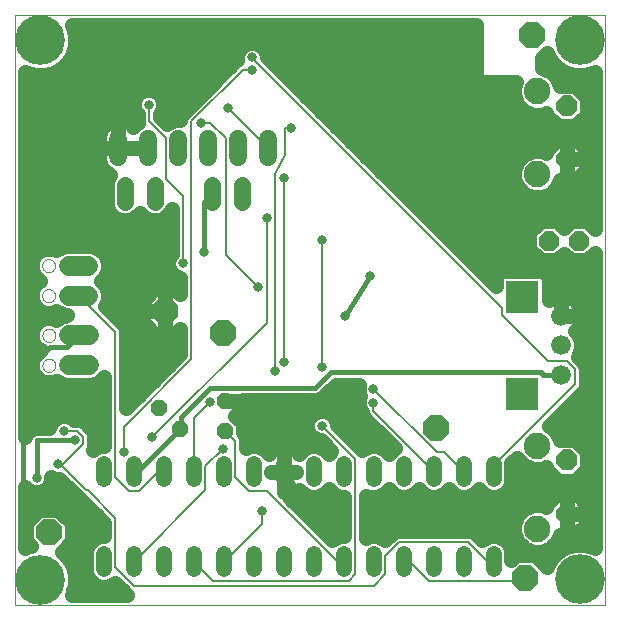
<source format=gtl>
G75*
%MOIN*%
%OFA0B0*%
%FSLAX24Y24*%
%IPPOS*%
%LPD*%
%AMOC8*
5,1,8,0,0,1.08239X$1,22.5*
%
%ADD10C,0.0000*%
%ADD11C,0.0520*%
%ADD12C,0.0560*%
%ADD13OC8,0.0660*%
%ADD14OC8,0.0850*%
%ADD15OC8,0.0700*%
%ADD16C,0.0885*%
%ADD17C,0.0660*%
%ADD18R,0.1102X0.1102*%
%ADD19C,0.0600*%
%ADD20C,0.0650*%
%ADD21OC8,0.0520*%
%ADD22C,0.0160*%
%ADD23C,0.0317*%
%ADD24C,0.0500*%
%ADD25C,0.0199*%
%ADD26C,0.0080*%
%ADD27C,0.1660*%
D10*
X000350Y000350D02*
X000350Y020035D01*
X020035Y020035D01*
X020035Y000350D01*
X000350Y000350D01*
X001267Y008344D02*
X001269Y008373D01*
X001275Y008401D01*
X001284Y008429D01*
X001297Y008455D01*
X001314Y008478D01*
X001333Y008500D01*
X001355Y008519D01*
X001380Y008534D01*
X001406Y008547D01*
X001434Y008555D01*
X001462Y008560D01*
X001491Y008561D01*
X001520Y008558D01*
X001548Y008551D01*
X001575Y008541D01*
X001601Y008527D01*
X001624Y008510D01*
X001645Y008490D01*
X001663Y008467D01*
X001678Y008442D01*
X001689Y008415D01*
X001697Y008387D01*
X001701Y008358D01*
X001701Y008330D01*
X001697Y008301D01*
X001689Y008273D01*
X001678Y008246D01*
X001663Y008221D01*
X001645Y008198D01*
X001624Y008178D01*
X001601Y008161D01*
X001575Y008147D01*
X001548Y008137D01*
X001520Y008130D01*
X001491Y008127D01*
X001462Y008128D01*
X001434Y008133D01*
X001406Y008141D01*
X001380Y008154D01*
X001355Y008169D01*
X001333Y008188D01*
X001314Y008210D01*
X001297Y008233D01*
X001284Y008259D01*
X001275Y008287D01*
X001269Y008315D01*
X001267Y008344D01*
X001267Y009344D02*
X001269Y009373D01*
X001275Y009401D01*
X001284Y009429D01*
X001297Y009455D01*
X001314Y009478D01*
X001333Y009500D01*
X001355Y009519D01*
X001380Y009534D01*
X001406Y009547D01*
X001434Y009555D01*
X001462Y009560D01*
X001491Y009561D01*
X001520Y009558D01*
X001548Y009551D01*
X001575Y009541D01*
X001601Y009527D01*
X001624Y009510D01*
X001645Y009490D01*
X001663Y009467D01*
X001678Y009442D01*
X001689Y009415D01*
X001697Y009387D01*
X001701Y009358D01*
X001701Y009330D01*
X001697Y009301D01*
X001689Y009273D01*
X001678Y009246D01*
X001663Y009221D01*
X001645Y009198D01*
X001624Y009178D01*
X001601Y009161D01*
X001575Y009147D01*
X001548Y009137D01*
X001520Y009130D01*
X001491Y009127D01*
X001462Y009128D01*
X001434Y009133D01*
X001406Y009141D01*
X001380Y009154D01*
X001355Y009169D01*
X001333Y009188D01*
X001314Y009210D01*
X001297Y009233D01*
X001284Y009259D01*
X001275Y009287D01*
X001269Y009315D01*
X001267Y009344D01*
X001259Y010670D02*
X001261Y010699D01*
X001267Y010727D01*
X001276Y010755D01*
X001289Y010781D01*
X001306Y010804D01*
X001325Y010826D01*
X001347Y010845D01*
X001372Y010860D01*
X001398Y010873D01*
X001426Y010881D01*
X001454Y010886D01*
X001483Y010887D01*
X001512Y010884D01*
X001540Y010877D01*
X001567Y010867D01*
X001593Y010853D01*
X001616Y010836D01*
X001637Y010816D01*
X001655Y010793D01*
X001670Y010768D01*
X001681Y010741D01*
X001689Y010713D01*
X001693Y010684D01*
X001693Y010656D01*
X001689Y010627D01*
X001681Y010599D01*
X001670Y010572D01*
X001655Y010547D01*
X001637Y010524D01*
X001616Y010504D01*
X001593Y010487D01*
X001567Y010473D01*
X001540Y010463D01*
X001512Y010456D01*
X001483Y010453D01*
X001454Y010454D01*
X001426Y010459D01*
X001398Y010467D01*
X001372Y010480D01*
X001347Y010495D01*
X001325Y010514D01*
X001306Y010536D01*
X001289Y010559D01*
X001276Y010585D01*
X001267Y010613D01*
X001261Y010641D01*
X001259Y010670D01*
X001259Y011670D02*
X001261Y011699D01*
X001267Y011727D01*
X001276Y011755D01*
X001289Y011781D01*
X001306Y011804D01*
X001325Y011826D01*
X001347Y011845D01*
X001372Y011860D01*
X001398Y011873D01*
X001426Y011881D01*
X001454Y011886D01*
X001483Y011887D01*
X001512Y011884D01*
X001540Y011877D01*
X001567Y011867D01*
X001593Y011853D01*
X001616Y011836D01*
X001637Y011816D01*
X001655Y011793D01*
X001670Y011768D01*
X001681Y011741D01*
X001689Y011713D01*
X001693Y011684D01*
X001693Y011656D01*
X001689Y011627D01*
X001681Y011599D01*
X001670Y011572D01*
X001655Y011547D01*
X001637Y011524D01*
X001616Y011504D01*
X001593Y011487D01*
X001567Y011473D01*
X001540Y011463D01*
X001512Y011456D01*
X001483Y011453D01*
X001454Y011454D01*
X001426Y011459D01*
X001398Y011467D01*
X001372Y011480D01*
X001347Y011495D01*
X001325Y011514D01*
X001306Y011536D01*
X001289Y011559D01*
X001276Y011585D01*
X001267Y011613D01*
X001261Y011641D01*
X001259Y011670D01*
D11*
X003317Y005065D02*
X003317Y004545D01*
X004317Y004545D02*
X004317Y005065D01*
X005317Y005065D02*
X005317Y004545D01*
X006317Y004545D02*
X006317Y005065D01*
X007317Y005065D02*
X007317Y004545D01*
X008317Y004545D02*
X008317Y005065D01*
X009317Y005065D02*
X009317Y004545D01*
X010317Y004545D02*
X010317Y005065D01*
X011317Y005065D02*
X011317Y004545D01*
X012317Y004545D02*
X012317Y005065D01*
X013317Y005065D02*
X013317Y004545D01*
X014317Y004545D02*
X014317Y005065D01*
X015317Y005065D02*
X015317Y004545D01*
X016317Y004545D02*
X016317Y005065D01*
X016317Y002065D02*
X016317Y001545D01*
X015317Y001545D02*
X015317Y002065D01*
X014317Y002065D02*
X014317Y001545D01*
X013317Y001545D02*
X013317Y002065D01*
X012317Y002065D02*
X012317Y001545D01*
X011317Y001545D02*
X011317Y002065D01*
X010317Y002065D02*
X010317Y001545D01*
X009317Y001545D02*
X009317Y002065D01*
X008317Y002065D02*
X008317Y001545D01*
X007317Y001545D02*
X007317Y002065D01*
X006317Y002065D02*
X006317Y001545D01*
X005317Y001545D02*
X005317Y002065D01*
X004317Y002065D02*
X004317Y001545D01*
X003317Y001545D02*
X003317Y002065D01*
D12*
X004021Y013790D02*
X004021Y014350D01*
X005021Y014350D02*
X005021Y013790D01*
X006916Y013783D02*
X006916Y014343D01*
X007916Y014343D02*
X007916Y013783D01*
D13*
X018157Y012502D03*
X019157Y012502D03*
D14*
X014380Y006269D03*
X007280Y009422D03*
X005350Y010143D03*
X001486Y002777D03*
X017371Y001258D03*
X017600Y019350D03*
D15*
X018753Y016988D03*
X018753Y015208D03*
X018753Y005177D03*
X018753Y003397D03*
D16*
X017773Y002907D03*
X017773Y005667D03*
X017773Y014718D03*
X017773Y017478D03*
D17*
X018568Y009996D03*
X018568Y009011D03*
X018568Y008027D03*
D18*
X017268Y007397D03*
X017268Y010626D03*
D19*
X008804Y015289D02*
X008804Y015889D01*
X007804Y015889D02*
X007804Y015289D01*
X006804Y015289D02*
X006804Y015889D01*
X005804Y015889D02*
X005804Y015289D01*
X004804Y015289D02*
X004804Y015889D01*
X003804Y015889D02*
X003804Y015289D01*
D20*
X002801Y011670D02*
X002151Y011670D01*
X002151Y010670D02*
X002801Y010670D01*
X002809Y009344D02*
X002160Y009344D01*
X002160Y008344D02*
X002809Y008344D01*
D21*
X005153Y006930D03*
X005853Y006230D03*
X007351Y006170D03*
X007351Y007170D03*
D22*
X006870Y007594D02*
X005893Y006618D01*
X005893Y006303D01*
X005853Y006230D01*
X005846Y006224D01*
X004429Y004807D01*
X004319Y004807D01*
X004317Y004805D01*
X002350Y005850D02*
X001100Y005850D01*
X001100Y004602D01*
X001082Y004602D01*
X001100Y004602D02*
X001100Y004600D01*
X000626Y003350D02*
X000626Y006100D01*
X000626Y006216D01*
X001381Y006216D01*
X001381Y007752D01*
X001161Y007752D01*
X001381Y007752D02*
X001381Y007885D01*
X001082Y008185D01*
X001082Y008507D01*
X001515Y008941D01*
X002082Y008941D01*
X002484Y009342D01*
X002484Y009344D01*
X006870Y007594D02*
X010358Y007594D01*
X010878Y008114D01*
X017885Y008114D01*
X017972Y008027D01*
X018568Y008027D01*
X012189Y011334D02*
X011358Y010004D01*
X006641Y012130D02*
X006641Y013791D01*
X006909Y014059D01*
X006916Y014063D01*
X009317Y004805D02*
X010817Y002850D01*
X002100Y003350D02*
X000626Y003350D01*
D23*
X002100Y003350D03*
X001082Y004602D03*
X001783Y005059D03*
X002350Y005850D03*
X001994Y006169D03*
X000626Y006100D03*
X001161Y007752D03*
X004933Y005941D03*
X003988Y005452D03*
X006846Y007114D03*
X009027Y008169D03*
X009311Y008452D03*
X010586Y008279D03*
X012303Y007570D03*
X012303Y007098D03*
X010586Y006334D03*
X007279Y005570D03*
X008586Y003498D03*
X010817Y002850D03*
X011358Y010004D03*
X012189Y011334D03*
X010586Y012535D03*
X008744Y013248D03*
X006641Y012130D03*
X005956Y011744D03*
X005673Y013114D03*
X009311Y014602D03*
X009561Y016254D03*
X007468Y016925D03*
X006570Y016421D03*
X004815Y017035D03*
X008248Y018200D03*
X008256Y018610D03*
X008460Y010941D03*
D24*
X005870Y010819D02*
X005770Y010819D01*
X005671Y010918D02*
X005350Y010918D01*
X005350Y010143D01*
X005350Y009368D01*
X005671Y009368D01*
X005870Y009567D01*
X005870Y008708D01*
X004074Y006913D01*
X004074Y009518D01*
X004018Y009654D01*
X003361Y010311D01*
X003456Y010540D01*
X003456Y010801D01*
X003356Y011041D01*
X003227Y011170D01*
X003356Y011299D01*
X003456Y011540D01*
X003456Y011801D01*
X003356Y012041D01*
X003172Y012225D01*
X002931Y012325D01*
X002021Y012325D01*
X001781Y012225D01*
X001732Y012177D01*
X001589Y012237D01*
X001364Y012237D01*
X001155Y012151D01*
X000996Y011991D01*
X000910Y011783D01*
X000910Y011558D01*
X000996Y011349D01*
X001155Y011190D01*
X001203Y011170D01*
X001155Y011151D01*
X000996Y010991D01*
X000910Y010783D01*
X000910Y010558D01*
X000996Y010349D01*
X001155Y010190D01*
X001364Y010104D01*
X001589Y010104D01*
X001732Y010163D01*
X001781Y010115D01*
X002021Y010016D01*
X002091Y010016D01*
X002028Y010007D01*
X001942Y009984D01*
X001861Y009950D01*
X001784Y009906D01*
X001722Y009859D01*
X001597Y009910D01*
X001372Y009910D01*
X001164Y009824D01*
X001004Y009665D01*
X000918Y009457D01*
X000918Y009231D01*
X001004Y009023D01*
X001164Y008864D01*
X001211Y008844D01*
X001164Y008824D01*
X001164Y008825D02*
X000700Y008825D01*
X001004Y008665D02*
X000918Y008457D01*
X000918Y008231D01*
X001004Y008023D01*
X001164Y007864D01*
X001372Y007777D01*
X001597Y007777D01*
X001741Y007837D01*
X001789Y007789D01*
X002029Y007689D01*
X002939Y007689D01*
X003180Y007789D01*
X003334Y007943D01*
X003334Y005655D01*
X003200Y005655D01*
X002983Y005565D01*
X002949Y005532D01*
X003003Y005662D01*
X003003Y006038D01*
X002947Y006174D01*
X002742Y006378D01*
X002638Y006483D01*
X002502Y006539D01*
X002314Y006539D01*
X002270Y006583D01*
X002091Y006657D01*
X001897Y006657D01*
X001717Y006583D01*
X001580Y006446D01*
X001505Y006266D01*
X001505Y006260D01*
X001018Y006260D01*
X000868Y006198D01*
X000752Y006082D01*
X000700Y005956D01*
X000700Y018125D01*
X000753Y018094D01*
X001048Y018015D01*
X001353Y018015D01*
X001648Y018094D01*
X001913Y018247D01*
X002129Y018463D01*
X002282Y018727D01*
X002361Y019022D01*
X002361Y019328D01*
X002282Y019623D01*
X002246Y019685D01*
X015738Y019685D01*
X015738Y017780D01*
X017063Y017782D01*
X017001Y017632D01*
X017001Y017324D01*
X017118Y017040D01*
X017336Y016823D01*
X017620Y016706D01*
X017927Y016706D01*
X018073Y016766D01*
X018073Y016706D01*
X018472Y016308D01*
X019035Y016308D01*
X019433Y016706D01*
X019433Y017270D01*
X019035Y017668D01*
X018531Y017668D01*
X018428Y017916D01*
X018211Y018133D01*
X017927Y018251D01*
X017909Y018251D01*
X017909Y018595D01*
X017913Y018595D01*
X018089Y018772D01*
X018101Y018729D01*
X018253Y018464D01*
X018469Y018248D01*
X018734Y018096D01*
X019029Y018017D01*
X019334Y018017D01*
X019629Y018096D01*
X019685Y018128D01*
X019685Y012907D01*
X019430Y013162D01*
X018884Y013162D01*
X018657Y012935D01*
X018430Y013162D01*
X017884Y013162D01*
X017497Y012775D01*
X017497Y012228D01*
X017884Y011842D01*
X018430Y011842D01*
X018657Y012068D01*
X018884Y011842D01*
X019430Y011842D01*
X019685Y012096D01*
X019685Y002260D01*
X019627Y002293D01*
X019332Y002372D01*
X019027Y002372D01*
X018732Y002293D01*
X018467Y002140D01*
X018251Y001924D01*
X018099Y001660D01*
X018085Y001611D01*
X017684Y002013D01*
X017058Y002013D01*
X016907Y001862D01*
X016907Y002183D01*
X016817Y002399D01*
X016651Y002565D01*
X016435Y002655D01*
X016200Y002655D01*
X015983Y002565D01*
X015931Y002513D01*
X015782Y002662D01*
X015678Y002766D01*
X015542Y002822D01*
X013087Y002822D01*
X012951Y002766D01*
X012701Y002516D01*
X012651Y002565D01*
X012435Y002655D01*
X012200Y002655D01*
X012074Y002603D01*
X012074Y004007D01*
X012200Y003955D01*
X012435Y003955D01*
X012651Y004045D01*
X012817Y004211D01*
X012983Y004045D01*
X013200Y003955D01*
X013435Y003955D01*
X013651Y004045D01*
X013817Y004211D01*
X013983Y004045D01*
X014200Y003955D01*
X014435Y003955D01*
X014651Y004045D01*
X014817Y004211D01*
X014983Y004045D01*
X015200Y003955D01*
X015435Y003955D01*
X015651Y004045D01*
X015817Y004211D01*
X015983Y004045D01*
X016200Y003955D01*
X016435Y003955D01*
X016651Y004045D01*
X016817Y004211D01*
X016907Y004428D01*
X016907Y005077D01*
X017101Y005271D01*
X017118Y005229D01*
X017336Y005012D01*
X017620Y004895D01*
X017927Y004895D01*
X018073Y004955D01*
X018073Y004895D01*
X018472Y004497D01*
X019035Y004497D01*
X019433Y004895D01*
X019433Y005459D01*
X019035Y005857D01*
X018531Y005857D01*
X018428Y006105D01*
X018211Y006322D01*
X018169Y006339D01*
X019333Y007503D01*
X019389Y007639D01*
X019389Y008290D01*
X019333Y008426D01*
X019229Y008530D01*
X019229Y008530D01*
X019124Y008635D01*
X019127Y008638D01*
X019228Y008880D01*
X019228Y009143D01*
X019127Y009385D01*
X019023Y009489D01*
X019080Y009546D01*
X019134Y009617D01*
X019179Y009694D01*
X019213Y009777D01*
X019236Y009863D01*
X019248Y009951D01*
X019248Y009996D01*
X019248Y010040D01*
X019236Y010129D01*
X019213Y010215D01*
X019179Y010297D01*
X019134Y010374D01*
X019080Y010445D01*
X019017Y010508D01*
X018946Y010562D01*
X018869Y010607D01*
X018787Y010641D01*
X018701Y010664D01*
X018612Y010676D01*
X018568Y010676D01*
X018568Y009996D01*
X018568Y009996D01*
X019248Y009996D01*
X018568Y009996D01*
X018568Y009996D01*
X018568Y010676D01*
X018523Y010676D01*
X018435Y010664D01*
X018349Y010641D01*
X018266Y010607D01*
X018189Y010562D01*
X018150Y010532D01*
X018150Y011242D01*
X018099Y011364D01*
X018007Y011457D01*
X017885Y011507D01*
X016652Y011507D01*
X016530Y011457D01*
X016437Y011364D01*
X016387Y011242D01*
X016387Y010986D01*
X008744Y018629D01*
X008744Y018707D01*
X008670Y018887D01*
X008532Y019024D01*
X008353Y019098D01*
X008158Y019098D01*
X007979Y019024D01*
X007841Y018887D01*
X007767Y018707D01*
X007767Y018526D01*
X007739Y018514D01*
X006030Y016805D01*
X005926Y016701D01*
X005870Y016565D01*
X005870Y016519D01*
X005679Y016519D01*
X005447Y016423D01*
X005419Y016395D01*
X005185Y016629D01*
X005185Y016714D01*
X005229Y016758D01*
X005303Y016938D01*
X005303Y017132D01*
X005229Y017312D01*
X005091Y017449D01*
X004912Y017523D01*
X004717Y017523D01*
X004538Y017449D01*
X004400Y017312D01*
X004326Y017132D01*
X004326Y016938D01*
X004400Y016758D01*
X004445Y016714D01*
X004445Y016432D01*
X004442Y016431D01*
X004374Y016379D01*
X004314Y016319D01*
X004304Y016305D01*
X004294Y016319D01*
X004233Y016379D01*
X004166Y016431D01*
X004092Y016473D01*
X004013Y016506D01*
X003931Y016528D01*
X003847Y016539D01*
X003804Y016539D01*
X003804Y015589D01*
X003804Y015589D01*
X004454Y015589D01*
X004804Y015589D01*
X004804Y015589D01*
X003804Y015589D01*
X003154Y015589D01*
X003154Y015246D01*
X003165Y015162D01*
X003187Y015080D01*
X003220Y015001D01*
X003262Y014927D01*
X003314Y014860D01*
X003374Y014799D01*
X003442Y014747D01*
X003514Y014706D01*
X003504Y014695D01*
X003411Y014471D01*
X003411Y013669D01*
X003504Y013444D01*
X003675Y013273D01*
X003899Y013180D01*
X004142Y013180D01*
X004366Y013273D01*
X004521Y013427D01*
X004675Y013273D01*
X004899Y013180D01*
X005142Y013180D01*
X005366Y013273D01*
X005538Y013444D01*
X005586Y013561D01*
X005586Y012064D01*
X005542Y012020D01*
X005468Y011841D01*
X005468Y011647D01*
X005542Y011467D01*
X005680Y011330D01*
X005859Y011255D01*
X005870Y011255D01*
X005870Y010719D01*
X005671Y010918D01*
X005350Y010918D02*
X005029Y010918D01*
X004575Y010464D01*
X004575Y010143D01*
X004575Y009822D01*
X005029Y009368D01*
X005350Y009368D01*
X005350Y010143D01*
X005350Y010143D01*
X005350Y010143D01*
X004575Y010143D01*
X005350Y010143D01*
X005350Y010143D01*
X005350Y010918D01*
X005350Y010819D02*
X005350Y010819D01*
X004929Y010819D02*
X003448Y010819D01*
X003363Y011317D02*
X005710Y011317D01*
X005468Y011816D02*
X003450Y011816D01*
X002958Y012314D02*
X005586Y012314D01*
X005586Y012813D02*
X000700Y012813D01*
X000700Y012314D02*
X001994Y012314D01*
X000923Y011816D02*
X000700Y011816D01*
X000700Y011317D02*
X001028Y011317D01*
X000924Y010819D02*
X000700Y010819D01*
X000700Y010320D02*
X001025Y010320D01*
X001161Y009822D02*
X000700Y009822D01*
X000700Y009323D02*
X000918Y009323D01*
X001164Y008824D02*
X001004Y008665D01*
X000918Y008326D02*
X000700Y008326D01*
X000700Y007828D02*
X001251Y007828D01*
X001718Y007828D02*
X001750Y007828D01*
X000700Y007329D02*
X003334Y007329D01*
X003334Y006831D02*
X000700Y006831D01*
X000700Y006332D02*
X001533Y006332D01*
X002789Y006332D02*
X003334Y006332D01*
X003334Y005834D02*
X003003Y005834D01*
X001835Y004570D02*
X002424Y003981D01*
X002425Y003979D01*
X002476Y003929D01*
X002526Y003879D01*
X002528Y003878D01*
X002530Y003876D01*
X002567Y003861D01*
X003334Y003094D01*
X003334Y002655D01*
X003200Y002655D01*
X002983Y002565D01*
X002817Y002399D01*
X002727Y002183D01*
X002727Y001428D01*
X002817Y001211D01*
X002983Y001045D01*
X003200Y000955D01*
X003435Y000955D01*
X003651Y001045D01*
X003703Y001096D01*
X004099Y000700D01*
X002251Y000700D01*
X002281Y000752D01*
X002360Y001047D01*
X002360Y001353D01*
X002281Y001648D01*
X002128Y001912D01*
X001912Y002128D01*
X001908Y002131D01*
X002241Y002465D01*
X002241Y003090D01*
X001799Y003532D01*
X001173Y003532D01*
X000731Y003090D01*
X000731Y002465D01*
X000880Y002315D01*
X000752Y002281D01*
X000700Y002251D01*
X000700Y004294D01*
X000806Y004188D01*
X000985Y004114D01*
X001179Y004114D01*
X001359Y004188D01*
X001496Y004325D01*
X001571Y004505D01*
X001571Y004618D01*
X001686Y004570D01*
X001835Y004570D01*
X002067Y004338D02*
X001502Y004338D01*
X000700Y003840D02*
X002589Y003840D01*
X003088Y003341D02*
X001990Y003341D01*
X002241Y002843D02*
X003334Y002843D01*
X002794Y002344D02*
X002121Y002344D01*
X002167Y001846D02*
X002727Y001846D01*
X002761Y001347D02*
X002360Y001347D01*
X002307Y000849D02*
X003950Y000849D01*
X000852Y002344D02*
X000700Y002344D01*
X000700Y002843D02*
X000731Y002843D01*
X000700Y003341D02*
X000982Y003341D01*
X007700Y006656D02*
X007961Y006917D01*
X007961Y007170D01*
X007961Y007184D01*
X010439Y007184D01*
X010590Y007247D01*
X010705Y007362D01*
X011047Y007704D01*
X011829Y007704D01*
X011814Y007668D01*
X011814Y007473D01*
X011872Y007334D01*
X011814Y007195D01*
X011814Y007001D01*
X011889Y006821D01*
X011933Y006777D01*
X011933Y006741D01*
X011989Y006605D01*
X013015Y005579D01*
X012983Y005565D01*
X012817Y005400D01*
X012651Y005565D01*
X012435Y005655D01*
X012200Y005655D01*
X011983Y005565D01*
X011931Y005513D01*
X011075Y006369D01*
X011075Y006431D01*
X011000Y006611D01*
X010863Y006748D01*
X010683Y006823D01*
X010489Y006823D01*
X010310Y006748D01*
X010172Y006611D01*
X010098Y006431D01*
X010098Y006237D01*
X010172Y006058D01*
X010310Y005920D01*
X010489Y005846D01*
X010551Y005846D01*
X010907Y005490D01*
X010817Y005400D01*
X010651Y005565D01*
X010435Y005655D01*
X010200Y005655D01*
X009983Y005565D01*
X009824Y005406D01*
X009783Y005463D01*
X009715Y005531D01*
X009637Y005587D01*
X009551Y005631D01*
X009460Y005660D01*
X009365Y005675D01*
X009317Y005675D01*
X009269Y005675D01*
X009174Y005660D01*
X009083Y005631D01*
X008998Y005587D01*
X008920Y005531D01*
X008852Y005463D01*
X008811Y005406D01*
X008651Y005565D01*
X008435Y005655D01*
X008200Y005655D01*
X008074Y005603D01*
X008074Y005896D01*
X008018Y006032D01*
X007941Y006109D01*
X007941Y006414D01*
X007700Y006656D01*
X007874Y006831D02*
X011885Y006831D01*
X011870Y007329D02*
X010673Y007329D01*
X011112Y006332D02*
X012262Y006332D01*
X012761Y005834D02*
X011610Y005834D01*
X010564Y005834D02*
X008074Y005834D01*
X007941Y006332D02*
X010098Y006332D01*
X009317Y005675D02*
X009317Y004805D01*
X008907Y004805D01*
X008907Y004805D01*
X009317Y004805D01*
X009317Y004805D01*
X009317Y004126D01*
X009317Y004126D01*
X009317Y004805D01*
X009317Y004805D01*
X009317Y005675D01*
X009317Y005335D02*
X009317Y005335D01*
X009317Y004837D02*
X009317Y004837D01*
X009317Y004805D02*
X009317Y004805D01*
X009317Y004805D01*
X009727Y004805D01*
X009727Y004805D01*
X009317Y004805D01*
X009317Y004338D02*
X009317Y004338D01*
X009637Y004024D02*
X009715Y004080D01*
X009783Y004148D01*
X009824Y004204D01*
X009983Y004045D01*
X010200Y003955D01*
X010435Y003955D01*
X010651Y004045D01*
X010817Y004211D01*
X010983Y004045D01*
X011200Y003955D01*
X011334Y003955D01*
X011334Y002655D01*
X011200Y002655D01*
X010983Y002565D01*
X010931Y002513D01*
X009485Y003958D01*
X009551Y003980D01*
X009637Y004024D01*
X009604Y003840D02*
X011334Y003840D01*
X011334Y003341D02*
X010103Y003341D01*
X010601Y002843D02*
X011334Y002843D01*
X012074Y002843D02*
X017001Y002843D01*
X017001Y002753D02*
X017118Y002469D01*
X017336Y002252D01*
X017620Y002135D01*
X017927Y002135D01*
X018211Y002252D01*
X018428Y002469D01*
X018523Y002697D01*
X018753Y002697D01*
X018753Y003397D01*
X018753Y004097D01*
X018463Y004097D01*
X018053Y003687D01*
X018053Y003627D01*
X017927Y003680D01*
X017620Y003680D01*
X017336Y003562D01*
X017118Y003345D01*
X017001Y003061D01*
X017001Y002753D01*
X016840Y002344D02*
X017244Y002344D01*
X017851Y001846D02*
X018206Y001846D01*
X018303Y002344D02*
X018921Y002344D01*
X019437Y002344D02*
X019685Y002344D01*
X019685Y002843D02*
X019189Y002843D01*
X019043Y002697D02*
X019453Y003107D01*
X019453Y003397D01*
X018753Y003397D01*
X018753Y003397D01*
X018753Y003397D01*
X018753Y004097D01*
X019043Y004097D01*
X019453Y003687D01*
X019453Y003397D01*
X018753Y003397D01*
X018753Y002697D01*
X019043Y002697D01*
X018753Y002843D02*
X018753Y002843D01*
X018753Y003341D02*
X018753Y003341D01*
X018753Y003397D02*
X018753Y003397D01*
X018753Y003840D02*
X018753Y003840D01*
X018206Y003840D02*
X012074Y003840D01*
X012074Y003341D02*
X017117Y003341D01*
X016870Y004338D02*
X019685Y004338D01*
X019685Y004837D02*
X019375Y004837D01*
X019433Y005335D02*
X019685Y005335D01*
X019685Y005834D02*
X019059Y005834D01*
X019685Y006332D02*
X018187Y006332D01*
X018661Y006831D02*
X019685Y006831D01*
X019685Y007329D02*
X019159Y007329D01*
X019389Y007828D02*
X019685Y007828D01*
X019685Y008326D02*
X019374Y008326D01*
X019205Y008825D02*
X019685Y008825D01*
X019685Y009323D02*
X019153Y009323D01*
X019225Y009822D02*
X019685Y009822D01*
X019685Y010320D02*
X019166Y010320D01*
X018568Y010320D02*
X018568Y010320D01*
X018150Y010819D02*
X019685Y010819D01*
X019685Y011317D02*
X018119Y011317D01*
X019685Y011816D02*
X015557Y011816D01*
X016056Y011317D02*
X016418Y011317D01*
X017497Y012314D02*
X015059Y012314D01*
X014560Y012813D02*
X017535Y012813D01*
X017620Y013946D02*
X017927Y013946D01*
X018211Y014063D01*
X018428Y014280D01*
X018523Y014508D01*
X018753Y014508D01*
X018753Y015208D01*
X018753Y015208D01*
X018753Y015908D01*
X018463Y015908D01*
X018053Y015498D01*
X018053Y015438D01*
X017927Y015491D01*
X017620Y015491D01*
X017336Y015373D01*
X017118Y015156D01*
X017001Y014872D01*
X017001Y014564D01*
X017118Y014280D01*
X017336Y014063D01*
X017620Y013946D01*
X017107Y014308D02*
X013065Y014308D01*
X012566Y014807D02*
X017001Y014807D01*
X017268Y015305D02*
X012068Y015305D01*
X011569Y015804D02*
X018359Y015804D01*
X018753Y015804D02*
X018753Y015804D01*
X018753Y015908D02*
X018753Y015208D01*
X018753Y015208D01*
X018753Y014508D01*
X019043Y014508D01*
X019453Y014918D01*
X019453Y015208D01*
X018753Y015208D01*
X018753Y015208D01*
X019453Y015208D01*
X019453Y015498D01*
X019043Y015908D01*
X018753Y015908D01*
X019148Y015804D02*
X019685Y015804D01*
X019685Y016302D02*
X011071Y016302D01*
X010572Y016801D02*
X017390Y016801D01*
X017011Y017299D02*
X010074Y017299D01*
X009575Y017798D02*
X015738Y017798D01*
X015738Y018296D02*
X009077Y018296D01*
X008708Y018795D02*
X015738Y018795D01*
X015738Y019293D02*
X002361Y019293D01*
X002300Y018795D02*
X007803Y018795D01*
X007521Y018296D02*
X001962Y018296D01*
X000700Y017798D02*
X007022Y017798D01*
X006524Y017299D02*
X005234Y017299D01*
X005246Y016801D02*
X006025Y016801D01*
X004383Y016801D02*
X000700Y016801D01*
X000700Y017299D02*
X004395Y017299D01*
X003804Y016539D02*
X003761Y016539D01*
X003677Y016528D01*
X003595Y016506D01*
X003516Y016473D01*
X003442Y016431D01*
X003374Y016379D01*
X003314Y016319D01*
X003262Y016251D01*
X003220Y016177D01*
X003187Y016098D01*
X003165Y016016D01*
X003154Y015932D01*
X003154Y015589D01*
X003804Y015589D01*
X003804Y015589D01*
X003804Y015589D01*
X003804Y016539D01*
X003804Y016302D02*
X003804Y016302D01*
X003804Y015804D02*
X003804Y015804D01*
X003154Y015804D02*
X000700Y015804D01*
X000700Y016302D02*
X003302Y016302D01*
X003154Y015305D02*
X000700Y015305D01*
X000700Y014807D02*
X003367Y014807D01*
X003411Y014308D02*
X000700Y014308D01*
X000700Y013810D02*
X003411Y013810D01*
X003637Y013311D02*
X000700Y013311D01*
X004405Y013311D02*
X004637Y013311D01*
X005405Y013311D02*
X005586Y013311D01*
X005350Y010320D02*
X005350Y010320D01*
X005350Y009822D02*
X005350Y009822D01*
X004575Y009822D02*
X003851Y009822D01*
X003365Y010320D02*
X004575Y010320D01*
X004074Y009323D02*
X005870Y009323D01*
X005870Y008825D02*
X004074Y008825D01*
X004074Y008326D02*
X005488Y008326D01*
X004989Y007828D02*
X004074Y007828D01*
X003334Y007828D02*
X003219Y007828D01*
X004074Y007329D02*
X004491Y007329D01*
X007351Y007170D02*
X007961Y007170D01*
X007351Y007170D01*
X007351Y007170D01*
X016907Y004837D02*
X018132Y004837D01*
X019301Y003840D02*
X019685Y003840D01*
X019685Y003341D02*
X019453Y003341D01*
X019685Y013311D02*
X014062Y013311D01*
X013563Y013810D02*
X019685Y013810D01*
X019685Y014308D02*
X018440Y014308D01*
X018753Y014807D02*
X018753Y014807D01*
X019342Y014807D02*
X019685Y014807D01*
X019685Y015305D02*
X019453Y015305D01*
X018753Y015305D02*
X018753Y015305D01*
X019433Y016801D02*
X019685Y016801D01*
X019685Y017299D02*
X019404Y017299D01*
X019685Y017798D02*
X018477Y017798D01*
X018422Y018296D02*
X017909Y018296D01*
D25*
X002100Y004350D03*
D26*
X002736Y004193D02*
X002775Y004177D01*
X003704Y003248D01*
X003704Y001618D01*
X004326Y000996D01*
X012311Y000996D01*
X012704Y001389D01*
X012704Y001996D01*
X013161Y002452D01*
X015468Y002452D01*
X016114Y001807D01*
X016311Y001807D01*
X016317Y001805D01*
X017271Y001161D02*
X017366Y001256D01*
X017371Y001258D01*
X017271Y001161D02*
X014161Y001161D01*
X013523Y001799D01*
X013319Y001799D01*
X013317Y001805D01*
X011704Y001389D02*
X011476Y001161D01*
X006956Y001161D01*
X006319Y001799D01*
X006317Y001805D01*
X007317Y001805D02*
X007319Y001807D01*
X008586Y003074D01*
X008586Y003498D01*
X008759Y004161D02*
X008161Y004161D01*
X007704Y004618D01*
X007704Y005822D01*
X007358Y006169D01*
X007351Y006170D01*
X007279Y005570D02*
X006704Y004996D01*
X006704Y004193D01*
X004319Y001807D01*
X004317Y001805D01*
X004161Y004161D02*
X003704Y004618D01*
X003704Y009444D01*
X002484Y010665D01*
X002476Y010670D01*
X005956Y011744D02*
X005956Y013988D01*
X005381Y014563D01*
X005381Y015909D01*
X004815Y016476D01*
X004815Y017035D01*
X006240Y016492D02*
X006240Y008555D01*
X003988Y006303D01*
X003988Y005452D01*
X004933Y005941D02*
X008744Y009752D01*
X008744Y013248D01*
X010586Y012535D02*
X010586Y008279D01*
X009311Y008452D02*
X009311Y014602D01*
X009027Y014720D02*
X009027Y008169D01*
X006846Y007114D02*
X006319Y006586D01*
X006319Y004807D01*
X006317Y004805D01*
X005317Y004805D02*
X005311Y004799D01*
X005114Y004799D01*
X004476Y004161D01*
X004161Y004161D01*
X002736Y004193D02*
X001870Y005059D01*
X001783Y005059D01*
X001941Y005043D01*
X002633Y005736D01*
X002633Y005964D01*
X002429Y006169D01*
X001994Y006169D01*
X008759Y004161D02*
X011114Y001807D01*
X011311Y001807D01*
X011317Y001805D01*
X011704Y001389D02*
X011704Y005216D01*
X010586Y006334D01*
X012303Y006815D02*
X014311Y004807D01*
X014317Y004805D01*
X014665Y005452D02*
X015311Y004807D01*
X015317Y004805D01*
X014665Y005452D02*
X014421Y005452D01*
X012303Y007570D01*
X012303Y007098D02*
X012303Y006815D01*
X016319Y005011D02*
X016319Y004807D01*
X016317Y004805D01*
X016319Y005011D02*
X019019Y007712D01*
X019019Y008216D01*
X018752Y008484D01*
X018137Y008484D01*
X016594Y010027D01*
X016594Y010256D01*
X008256Y018594D01*
X008256Y018610D01*
X008248Y018200D02*
X007948Y018200D01*
X006240Y016492D01*
X006570Y016421D02*
X006870Y016421D01*
X007381Y015909D01*
X007381Y012019D01*
X008460Y010941D01*
X009027Y014720D02*
X009350Y015350D01*
X009350Y016254D01*
X009561Y016254D01*
X008804Y015589D02*
X008799Y015594D01*
X007468Y016925D01*
D27*
X001201Y019175D03*
X019182Y019177D03*
X019179Y001212D03*
X001200Y001200D03*
M02*

</source>
